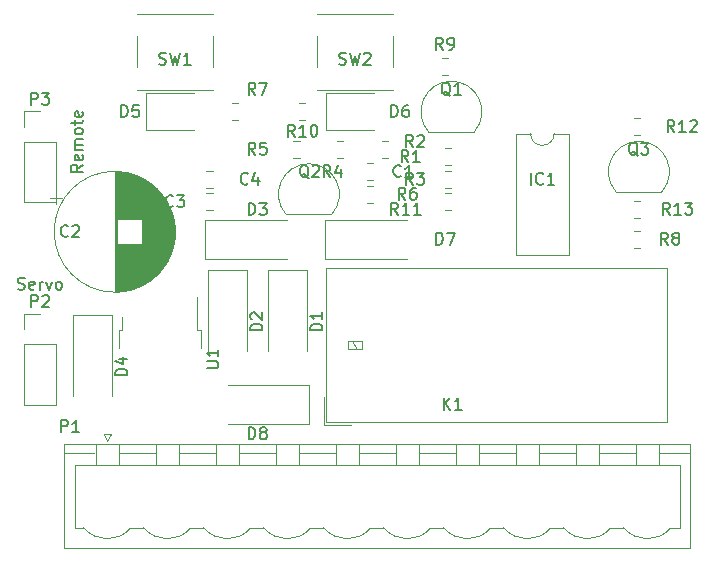
<source format=gto>
G04 #@! TF.GenerationSoftware,KiCad,Pcbnew,(5.1.0-894-gde406e36d)*
G04 #@! TF.CreationDate,2019-08-24T10:53:01-07:00*
G04 #@! TF.ProjectId,RCSMCtrl,5243534d-4374-4726-9c2e-6b696361645f,A*
G04 #@! TF.SameCoordinates,Original*
G04 #@! TF.FileFunction,Legend,Top*
G04 #@! TF.FilePolarity,Positive*
%FSLAX46Y46*%
G04 Gerber Fmt 4.6, Leading zero omitted, Abs format (unit mm)*
G04 Created by KiCad (PCBNEW (5.1.0-894-gde406e36d)) date 2019-08-24 10:53:01*
%MOMM*%
%LPD*%
G04 APERTURE LIST*
%ADD10C,0.150000*%
%ADD11C,0.120000*%
G04 APERTURE END LIST*
D10*
X69262857Y-58824761D02*
X69405714Y-58872380D01*
X69643809Y-58872380D01*
X69739047Y-58824761D01*
X69786666Y-58777142D01*
X69834285Y-58681904D01*
X69834285Y-58586666D01*
X69786666Y-58491428D01*
X69739047Y-58443809D01*
X69643809Y-58396190D01*
X69453333Y-58348571D01*
X69358095Y-58300952D01*
X69310476Y-58253333D01*
X69262857Y-58158095D01*
X69262857Y-58062857D01*
X69310476Y-57967619D01*
X69358095Y-57920000D01*
X69453333Y-57872380D01*
X69691428Y-57872380D01*
X69834285Y-57920000D01*
X70643809Y-58824761D02*
X70548571Y-58872380D01*
X70358095Y-58872380D01*
X70262857Y-58824761D01*
X70215238Y-58729523D01*
X70215238Y-58348571D01*
X70262857Y-58253333D01*
X70358095Y-58205714D01*
X70548571Y-58205714D01*
X70643809Y-58253333D01*
X70691428Y-58348571D01*
X70691428Y-58443809D01*
X70215238Y-58539047D01*
X71120000Y-58872380D02*
X71120000Y-58205714D01*
X71120000Y-58396190D02*
X71167619Y-58300952D01*
X71215238Y-58253333D01*
X71310476Y-58205714D01*
X71405714Y-58205714D01*
X71643809Y-58205714D02*
X71881904Y-58872380D01*
X72120000Y-58205714D01*
X72643809Y-58872380D02*
X72548571Y-58824761D01*
X72500952Y-58777142D01*
X72453333Y-58681904D01*
X72453333Y-58396190D01*
X72500952Y-58300952D01*
X72548571Y-58253333D01*
X72643809Y-58205714D01*
X72786666Y-58205714D01*
X72881904Y-58253333D01*
X72929523Y-58300952D01*
X72977142Y-58396190D01*
X72977142Y-58681904D01*
X72929523Y-58777142D01*
X72881904Y-58824761D01*
X72786666Y-58872380D01*
X72643809Y-58872380D01*
X74747380Y-48307380D02*
X74271190Y-48640714D01*
X74747380Y-48878809D02*
X73747380Y-48878809D01*
X73747380Y-48497857D01*
X73795000Y-48402619D01*
X73842619Y-48355000D01*
X73937857Y-48307380D01*
X74080714Y-48307380D01*
X74175952Y-48355000D01*
X74223571Y-48402619D01*
X74271190Y-48497857D01*
X74271190Y-48878809D01*
X74699761Y-47497857D02*
X74747380Y-47593095D01*
X74747380Y-47783571D01*
X74699761Y-47878809D01*
X74604523Y-47926428D01*
X74223571Y-47926428D01*
X74128333Y-47878809D01*
X74080714Y-47783571D01*
X74080714Y-47593095D01*
X74128333Y-47497857D01*
X74223571Y-47450238D01*
X74318809Y-47450238D01*
X74414047Y-47926428D01*
X74747380Y-47021666D02*
X74080714Y-47021666D01*
X74175952Y-47021666D02*
X74128333Y-46974047D01*
X74080714Y-46878809D01*
X74080714Y-46735952D01*
X74128333Y-46640714D01*
X74223571Y-46593095D01*
X74747380Y-46593095D01*
X74223571Y-46593095D02*
X74128333Y-46545476D01*
X74080714Y-46450238D01*
X74080714Y-46307380D01*
X74128333Y-46212142D01*
X74223571Y-46164523D01*
X74747380Y-46164523D01*
X74747380Y-45545476D02*
X74699761Y-45640714D01*
X74652142Y-45688333D01*
X74556904Y-45735952D01*
X74271190Y-45735952D01*
X74175952Y-45688333D01*
X74128333Y-45640714D01*
X74080714Y-45545476D01*
X74080714Y-45402619D01*
X74128333Y-45307380D01*
X74175952Y-45259761D01*
X74271190Y-45212142D01*
X74556904Y-45212142D01*
X74652142Y-45259761D01*
X74699761Y-45307380D01*
X74747380Y-45402619D01*
X74747380Y-45545476D01*
X74080714Y-44926428D02*
X74080714Y-44545476D01*
X73747380Y-44783571D02*
X74604523Y-44783571D01*
X74699761Y-44735952D01*
X74747380Y-44640714D01*
X74747380Y-44545476D01*
X74699761Y-43831190D02*
X74747380Y-43926428D01*
X74747380Y-44116904D01*
X74699761Y-44212142D01*
X74604523Y-44259761D01*
X74223571Y-44259761D01*
X74128333Y-44212142D01*
X74080714Y-44116904D01*
X74080714Y-43926428D01*
X74128333Y-43831190D01*
X74223571Y-43783571D01*
X74318809Y-43783571D01*
X74414047Y-44259761D01*
D11*
X69790000Y-51495000D02*
X72450000Y-51495000D01*
X69790000Y-46355000D02*
X69790000Y-51495000D01*
X72450000Y-46355000D02*
X72450000Y-51495000D01*
X69790000Y-46355000D02*
X72450000Y-46355000D01*
X69790000Y-45085000D02*
X69790000Y-43755000D01*
X69790000Y-43755000D02*
X71120000Y-43755000D01*
X84730000Y-63800000D02*
X84730000Y-62300000D01*
X84730000Y-62300000D02*
X84460000Y-62300000D01*
X84460000Y-62300000D02*
X84460000Y-59470000D01*
X77830000Y-63800000D02*
X77830000Y-62300000D01*
X77830000Y-62300000D02*
X78100000Y-62300000D01*
X78100000Y-62300000D02*
X78100000Y-61200000D01*
X94560000Y-41965000D02*
X94560000Y-41935000D01*
X94560000Y-35505000D02*
X94560000Y-35535000D01*
X101020000Y-35505000D02*
X101020000Y-35535000D01*
X101020000Y-41935000D02*
X101020000Y-41965000D01*
X94560000Y-40035000D02*
X94560000Y-37435000D01*
X101020000Y-41965000D02*
X94560000Y-41965000D01*
X101020000Y-40035000D02*
X101020000Y-37435000D01*
X101020000Y-35505000D02*
X94560000Y-35505000D01*
X79320000Y-41965000D02*
X79320000Y-41935000D01*
X79320000Y-35505000D02*
X79320000Y-35535000D01*
X85780000Y-35505000D02*
X85780000Y-35535000D01*
X85780000Y-41935000D02*
X85780000Y-41965000D01*
X79320000Y-40035000D02*
X79320000Y-37435000D01*
X85780000Y-41965000D02*
X79320000Y-41965000D01*
X85780000Y-40035000D02*
X85780000Y-37435000D01*
X85780000Y-35505000D02*
X79320000Y-35505000D01*
X121413748Y-51360000D02*
X121936252Y-51360000D01*
X121413748Y-52780000D02*
X121936252Y-52780000D01*
X121936252Y-45795000D02*
X121413748Y-45795000D01*
X121936252Y-44375000D02*
X121413748Y-44375000D01*
X105393748Y-50725000D02*
X105916252Y-50725000D01*
X105393748Y-52145000D02*
X105916252Y-52145000D01*
X93606252Y-44525000D02*
X93083748Y-44525000D01*
X93606252Y-43105000D02*
X93083748Y-43105000D01*
X105671252Y-40715000D02*
X105148748Y-40715000D01*
X105671252Y-39295000D02*
X105148748Y-39295000D01*
X121936252Y-55320000D02*
X121413748Y-55320000D01*
X121936252Y-53900000D02*
X121413748Y-53900000D01*
X87368748Y-43105000D02*
X87891252Y-43105000D01*
X87368748Y-44525000D02*
X87891252Y-44525000D01*
X99321252Y-51510000D02*
X98798748Y-51510000D01*
X99321252Y-50090000D02*
X98798748Y-50090000D01*
X92583748Y-46280000D02*
X93106252Y-46280000D01*
X92583748Y-47700000D02*
X93106252Y-47700000D01*
X96258748Y-46280000D02*
X96781252Y-46280000D01*
X96258748Y-47700000D02*
X96781252Y-47700000D01*
X105916252Y-50240000D02*
X105393748Y-50240000D01*
X105916252Y-48820000D02*
X105393748Y-48820000D01*
X100068748Y-46280000D02*
X100591252Y-46280000D01*
X100068748Y-47700000D02*
X100591252Y-47700000D01*
X105916252Y-48335000D02*
X105393748Y-48335000D01*
X105916252Y-46915000D02*
X105393748Y-46915000D01*
X119900000Y-50595000D02*
X123750000Y-50595000D01*
X123788611Y-50585122D02*
G75*
G03X119900000Y-50595000I-1948611J1690122D01*
G01*
X91960000Y-52500000D02*
X95810000Y-52500000D01*
X95848611Y-52490122D02*
G75*
G03X91960000Y-52500000I-1948611J1690122D01*
G01*
X104025000Y-45515000D02*
X107875000Y-45515000D01*
X107913611Y-45505122D02*
G75*
G03X104025000Y-45515000I-1948611J1690122D01*
G01*
X69790000Y-68640000D02*
X72450000Y-68640000D01*
X69790000Y-63500000D02*
X69790000Y-68640000D01*
X72450000Y-63500000D02*
X72450000Y-68640000D01*
X69790000Y-63500000D02*
X72450000Y-63500000D01*
X69790000Y-62230000D02*
X69790000Y-60900000D01*
X69790000Y-60900000D02*
X71120000Y-60900000D01*
X78821841Y-79050821D02*
G75*
G02X74835000Y-79035000I-1986841J1665821D01*
G01*
X83901841Y-79050821D02*
G75*
G02X79915000Y-79035000I-1986841J1665821D01*
G01*
X88981841Y-79050821D02*
G75*
G02X84995000Y-79035000I-1986841J1665821D01*
G01*
X94061841Y-79050821D02*
G75*
G02X90075000Y-79035000I-1986841J1665821D01*
G01*
X99141841Y-79050821D02*
G75*
G02X95155000Y-79035000I-1986841J1665821D01*
G01*
X104221841Y-79050821D02*
G75*
G02X100235000Y-79035000I-1986841J1665821D01*
G01*
X109301841Y-79050821D02*
G75*
G02X105315000Y-79035000I-1986841J1665821D01*
G01*
X114381841Y-79050821D02*
G75*
G02X110395000Y-79035000I-1986841J1665821D01*
G01*
X119461841Y-79050821D02*
G75*
G02X115475000Y-79035000I-1986841J1665821D01*
G01*
X124541841Y-79050821D02*
G75*
G02X120555000Y-79035000I-1986841J1665821D01*
G01*
X73185000Y-71925000D02*
X73185000Y-80745000D01*
X73185000Y-80745000D02*
X126205000Y-80745000D01*
X126205000Y-80745000D02*
X126205000Y-71925000D01*
X126205000Y-71925000D02*
X73185000Y-71925000D01*
X73185000Y-72735000D02*
X75725000Y-72735000D01*
X126205000Y-72735000D02*
X123665000Y-72735000D01*
X77835000Y-72735000D02*
X80915000Y-72735000D01*
X82915000Y-72735000D02*
X85995000Y-72735000D01*
X87995000Y-72735000D02*
X91075000Y-72735000D01*
X93075000Y-72735000D02*
X96155000Y-72735000D01*
X98155000Y-72735000D02*
X101235000Y-72735000D01*
X103235000Y-72735000D02*
X106315000Y-72735000D01*
X108315000Y-72735000D02*
X111395000Y-72735000D01*
X113395000Y-72735000D02*
X116475000Y-72735000D01*
X118475000Y-72735000D02*
X121555000Y-72735000D01*
X75835000Y-73735000D02*
X75835000Y-71925000D01*
X75835000Y-71925000D02*
X77835000Y-71925000D01*
X77835000Y-71925000D02*
X77835000Y-73735000D01*
X77835000Y-73735000D02*
X75835000Y-73735000D01*
X80915000Y-73735000D02*
X80915000Y-71925000D01*
X80915000Y-71925000D02*
X82915000Y-71925000D01*
X82915000Y-71925000D02*
X82915000Y-73735000D01*
X82915000Y-73735000D02*
X80915000Y-73735000D01*
X85995000Y-73735000D02*
X85995000Y-71925000D01*
X85995000Y-71925000D02*
X87995000Y-71925000D01*
X87995000Y-71925000D02*
X87995000Y-73735000D01*
X87995000Y-73735000D02*
X85995000Y-73735000D01*
X91075000Y-73735000D02*
X91075000Y-71925000D01*
X91075000Y-71925000D02*
X93075000Y-71925000D01*
X93075000Y-71925000D02*
X93075000Y-73735000D01*
X93075000Y-73735000D02*
X91075000Y-73735000D01*
X96155000Y-73735000D02*
X96155000Y-71925000D01*
X96155000Y-71925000D02*
X98155000Y-71925000D01*
X98155000Y-71925000D02*
X98155000Y-73735000D01*
X98155000Y-73735000D02*
X96155000Y-73735000D01*
X101235000Y-73735000D02*
X101235000Y-71925000D01*
X101235000Y-71925000D02*
X103235000Y-71925000D01*
X103235000Y-71925000D02*
X103235000Y-73735000D01*
X103235000Y-73735000D02*
X101235000Y-73735000D01*
X106315000Y-73735000D02*
X106315000Y-71925000D01*
X106315000Y-71925000D02*
X108315000Y-71925000D01*
X108315000Y-71925000D02*
X108315000Y-73735000D01*
X108315000Y-73735000D02*
X106315000Y-73735000D01*
X111395000Y-73735000D02*
X111395000Y-71925000D01*
X111395000Y-71925000D02*
X113395000Y-71925000D01*
X113395000Y-71925000D02*
X113395000Y-73735000D01*
X113395000Y-73735000D02*
X111395000Y-73735000D01*
X116475000Y-73735000D02*
X116475000Y-71925000D01*
X116475000Y-71925000D02*
X118475000Y-71925000D01*
X118475000Y-71925000D02*
X118475000Y-73735000D01*
X118475000Y-73735000D02*
X116475000Y-73735000D01*
X121555000Y-73735000D02*
X121555000Y-71925000D01*
X121555000Y-71925000D02*
X123555000Y-71925000D01*
X123555000Y-71925000D02*
X123555000Y-73735000D01*
X123555000Y-73735000D02*
X121555000Y-73735000D01*
X78835000Y-79035000D02*
X79915000Y-79035000D01*
X83915000Y-79035000D02*
X84995000Y-79035000D01*
X88995000Y-79035000D02*
X90075000Y-79035000D01*
X94075000Y-79035000D02*
X95155000Y-79035000D01*
X99155000Y-79035000D02*
X100235000Y-79035000D01*
X104235000Y-79035000D02*
X105315000Y-79035000D01*
X109315000Y-79035000D02*
X110395000Y-79035000D01*
X114395000Y-79035000D02*
X115475000Y-79035000D01*
X119475000Y-79035000D02*
X120555000Y-79035000D01*
X74835000Y-79035000D02*
X74095000Y-79035000D01*
X74095000Y-79035000D02*
X74095000Y-73735000D01*
X74095000Y-73735000D02*
X125295000Y-73735000D01*
X125295000Y-73735000D02*
X125295000Y-79035000D01*
X125295000Y-79035000D02*
X124555000Y-79035000D01*
X77135000Y-71125000D02*
X76835000Y-71725000D01*
X76835000Y-71725000D02*
X76535000Y-71125000D01*
X76535000Y-71125000D02*
X77135000Y-71125000D01*
X114665000Y-45660000D02*
G75*
G02X112665000Y-45660000I-1000000J0D01*
G01*
X112665000Y-45660000D02*
X111415000Y-45660000D01*
X111415000Y-45660000D02*
X111415000Y-55940000D01*
X111415000Y-55940000D02*
X115915000Y-55940000D01*
X115915000Y-55940000D02*
X115915000Y-45660000D01*
X115915000Y-45660000D02*
X114665000Y-45660000D01*
X93935000Y-70230000D02*
X93935000Y-66930000D01*
X93935000Y-66930000D02*
X87035000Y-66930000D01*
X93935000Y-70230000D02*
X87035000Y-70230000D01*
X95295000Y-52960000D02*
X95295000Y-56260000D01*
X95295000Y-56260000D02*
X102195000Y-56260000D01*
X95295000Y-52960000D02*
X102195000Y-52960000D01*
X99390000Y-42230000D02*
X95330000Y-42230000D01*
X95330000Y-42230000D02*
X95330000Y-45400000D01*
X95330000Y-45400000D02*
X99390000Y-45400000D01*
X84150000Y-42230000D02*
X80090000Y-42230000D01*
X80090000Y-42230000D02*
X80090000Y-45400000D01*
X80090000Y-45400000D02*
X84150000Y-45400000D01*
X77215000Y-61005000D02*
X73915000Y-61005000D01*
X73915000Y-61005000D02*
X73915000Y-67905000D01*
X77215000Y-61005000D02*
X77215000Y-67905000D01*
X85135000Y-52960000D02*
X85135000Y-56260000D01*
X85135000Y-56260000D02*
X92035000Y-56260000D01*
X85135000Y-52960000D02*
X92035000Y-52960000D01*
X88645000Y-57195000D02*
X85345000Y-57195000D01*
X85345000Y-57195000D02*
X85345000Y-64095000D01*
X88645000Y-57195000D02*
X88645000Y-64095000D01*
X93725000Y-57195000D02*
X90425000Y-57195000D01*
X90425000Y-57195000D02*
X90425000Y-64095000D01*
X93725000Y-57195000D02*
X93725000Y-64095000D01*
X85218748Y-48820000D02*
X85741252Y-48820000D01*
X85218748Y-50240000D02*
X85741252Y-50240000D01*
X85218748Y-50725000D02*
X85741252Y-50725000D01*
X85218748Y-52145000D02*
X85741252Y-52145000D01*
X82570000Y-53975000D02*
G75*
G03X82570000Y-53975000I-5120000J0D01*
G01*
X77450000Y-48895000D02*
X77450000Y-59055000D01*
X77490000Y-48895000D02*
X77490000Y-59055000D01*
X77530000Y-48895000D02*
X77530000Y-59055000D01*
X77570000Y-48896000D02*
X77570000Y-59054000D01*
X77610000Y-48897000D02*
X77610000Y-59053000D01*
X77650000Y-48898000D02*
X77650000Y-59052000D01*
X77690000Y-48900000D02*
X77690000Y-52935000D01*
X77690000Y-55015000D02*
X77690000Y-59050000D01*
X77730000Y-48902000D02*
X77730000Y-52935000D01*
X77730000Y-55015000D02*
X77730000Y-59048000D01*
X77770000Y-48905000D02*
X77770000Y-52935000D01*
X77770000Y-55015000D02*
X77770000Y-59045000D01*
X77810000Y-48907000D02*
X77810000Y-52935000D01*
X77810000Y-55015000D02*
X77810000Y-59043000D01*
X77850000Y-48910000D02*
X77850000Y-52935000D01*
X77850000Y-55015000D02*
X77850000Y-59040000D01*
X77890000Y-48913000D02*
X77890000Y-52935000D01*
X77890000Y-55015000D02*
X77890000Y-59037000D01*
X77930000Y-48917000D02*
X77930000Y-52935000D01*
X77930000Y-55015000D02*
X77930000Y-59033000D01*
X77970000Y-48921000D02*
X77970000Y-52935000D01*
X77970000Y-55015000D02*
X77970000Y-59029000D01*
X78010000Y-48925000D02*
X78010000Y-52935000D01*
X78010000Y-55015000D02*
X78010000Y-59025000D01*
X78050000Y-48930000D02*
X78050000Y-52935000D01*
X78050000Y-55015000D02*
X78050000Y-59020000D01*
X78090000Y-48935000D02*
X78090000Y-52935000D01*
X78090000Y-55015000D02*
X78090000Y-59015000D01*
X78130000Y-48940000D02*
X78130000Y-52935000D01*
X78130000Y-55015000D02*
X78130000Y-59010000D01*
X78171000Y-48945000D02*
X78171000Y-52935000D01*
X78171000Y-55015000D02*
X78171000Y-59005000D01*
X78211000Y-48951000D02*
X78211000Y-52935000D01*
X78211000Y-55015000D02*
X78211000Y-58999000D01*
X78251000Y-48957000D02*
X78251000Y-52935000D01*
X78251000Y-55015000D02*
X78251000Y-58993000D01*
X78291000Y-48964000D02*
X78291000Y-52935000D01*
X78291000Y-55015000D02*
X78291000Y-58986000D01*
X78331000Y-48971000D02*
X78331000Y-52935000D01*
X78331000Y-55015000D02*
X78331000Y-58979000D01*
X78371000Y-48978000D02*
X78371000Y-52935000D01*
X78371000Y-55015000D02*
X78371000Y-58972000D01*
X78411000Y-48985000D02*
X78411000Y-52935000D01*
X78411000Y-55015000D02*
X78411000Y-58965000D01*
X78451000Y-48993000D02*
X78451000Y-52935000D01*
X78451000Y-55015000D02*
X78451000Y-58957000D01*
X78491000Y-49001000D02*
X78491000Y-52935000D01*
X78491000Y-55015000D02*
X78491000Y-58949000D01*
X78531000Y-49010000D02*
X78531000Y-52935000D01*
X78531000Y-55015000D02*
X78531000Y-58940000D01*
X78571000Y-49019000D02*
X78571000Y-52935000D01*
X78571000Y-55015000D02*
X78571000Y-58931000D01*
X78611000Y-49028000D02*
X78611000Y-52935000D01*
X78611000Y-55015000D02*
X78611000Y-58922000D01*
X78651000Y-49037000D02*
X78651000Y-52935000D01*
X78651000Y-55015000D02*
X78651000Y-58913000D01*
X78691000Y-49047000D02*
X78691000Y-52935000D01*
X78691000Y-55015000D02*
X78691000Y-58903000D01*
X78731000Y-49057000D02*
X78731000Y-52935000D01*
X78731000Y-55015000D02*
X78731000Y-58893000D01*
X78771000Y-49068000D02*
X78771000Y-52935000D01*
X78771000Y-55015000D02*
X78771000Y-58882000D01*
X78811000Y-49078000D02*
X78811000Y-52935000D01*
X78811000Y-55015000D02*
X78811000Y-58872000D01*
X78851000Y-49090000D02*
X78851000Y-52935000D01*
X78851000Y-55015000D02*
X78851000Y-58860000D01*
X78891000Y-49101000D02*
X78891000Y-52935000D01*
X78891000Y-55015000D02*
X78891000Y-58849000D01*
X78931000Y-49113000D02*
X78931000Y-52935000D01*
X78931000Y-55015000D02*
X78931000Y-58837000D01*
X78971000Y-49125000D02*
X78971000Y-52935000D01*
X78971000Y-55015000D02*
X78971000Y-58825000D01*
X79011000Y-49138000D02*
X79011000Y-52935000D01*
X79011000Y-55015000D02*
X79011000Y-58812000D01*
X79051000Y-49151000D02*
X79051000Y-52935000D01*
X79051000Y-55015000D02*
X79051000Y-58799000D01*
X79091000Y-49164000D02*
X79091000Y-52935000D01*
X79091000Y-55015000D02*
X79091000Y-58786000D01*
X79131000Y-49178000D02*
X79131000Y-52935000D01*
X79131000Y-55015000D02*
X79131000Y-58772000D01*
X79171000Y-49192000D02*
X79171000Y-52935000D01*
X79171000Y-55015000D02*
X79171000Y-58758000D01*
X79211000Y-49207000D02*
X79211000Y-52935000D01*
X79211000Y-55015000D02*
X79211000Y-58743000D01*
X79251000Y-49221000D02*
X79251000Y-52935000D01*
X79251000Y-55015000D02*
X79251000Y-58729000D01*
X79291000Y-49237000D02*
X79291000Y-52935000D01*
X79291000Y-55015000D02*
X79291000Y-58713000D01*
X79331000Y-49252000D02*
X79331000Y-52935000D01*
X79331000Y-55015000D02*
X79331000Y-58698000D01*
X79371000Y-49268000D02*
X79371000Y-52935000D01*
X79371000Y-55015000D02*
X79371000Y-58682000D01*
X79411000Y-49285000D02*
X79411000Y-52935000D01*
X79411000Y-55015000D02*
X79411000Y-58665000D01*
X79451000Y-49301000D02*
X79451000Y-52935000D01*
X79451000Y-55015000D02*
X79451000Y-58649000D01*
X79491000Y-49318000D02*
X79491000Y-52935000D01*
X79491000Y-55015000D02*
X79491000Y-58632000D01*
X79531000Y-49336000D02*
X79531000Y-52935000D01*
X79531000Y-55015000D02*
X79531000Y-58614000D01*
X79571000Y-49354000D02*
X79571000Y-52935000D01*
X79571000Y-55015000D02*
X79571000Y-58596000D01*
X79611000Y-49372000D02*
X79611000Y-52935000D01*
X79611000Y-55015000D02*
X79611000Y-58578000D01*
X79651000Y-49391000D02*
X79651000Y-52935000D01*
X79651000Y-55015000D02*
X79651000Y-58559000D01*
X79691000Y-49411000D02*
X79691000Y-52935000D01*
X79691000Y-55015000D02*
X79691000Y-58539000D01*
X79731000Y-49430000D02*
X79731000Y-52935000D01*
X79731000Y-55015000D02*
X79731000Y-58520000D01*
X79771000Y-49450000D02*
X79771000Y-58500000D01*
X79811000Y-49471000D02*
X79811000Y-58479000D01*
X79851000Y-49492000D02*
X79851000Y-58458000D01*
X79891000Y-49513000D02*
X79891000Y-58437000D01*
X79931000Y-49535000D02*
X79931000Y-58415000D01*
X79971000Y-49558000D02*
X79971000Y-58392000D01*
X80011000Y-49580000D02*
X80011000Y-58370000D01*
X80051000Y-49604000D02*
X80051000Y-58346000D01*
X80091000Y-49628000D02*
X80091000Y-58322000D01*
X80131000Y-49652000D02*
X80131000Y-58298000D01*
X80171000Y-49677000D02*
X80171000Y-58273000D01*
X80211000Y-49702000D02*
X80211000Y-58248000D01*
X80251000Y-49728000D02*
X80251000Y-58222000D01*
X80291000Y-49754000D02*
X80291000Y-58196000D01*
X80331000Y-49781000D02*
X80331000Y-58169000D01*
X80371000Y-49809000D02*
X80371000Y-58141000D01*
X80411000Y-49837000D02*
X80411000Y-58113000D01*
X80451000Y-49865000D02*
X80451000Y-58085000D01*
X80491000Y-49895000D02*
X80491000Y-58055000D01*
X80531000Y-49925000D02*
X80531000Y-58025000D01*
X80571000Y-49955000D02*
X80571000Y-57995000D01*
X80611000Y-49986000D02*
X80611000Y-57964000D01*
X80651000Y-50018000D02*
X80651000Y-57932000D01*
X80691000Y-50050000D02*
X80691000Y-57900000D01*
X80731000Y-50083000D02*
X80731000Y-57867000D01*
X80771000Y-50117000D02*
X80771000Y-57833000D01*
X80811000Y-50151000D02*
X80811000Y-57799000D01*
X80851000Y-50186000D02*
X80851000Y-57764000D01*
X80891000Y-50222000D02*
X80891000Y-57728000D01*
X80931000Y-50259000D02*
X80931000Y-57691000D01*
X80971000Y-50296000D02*
X80971000Y-57654000D01*
X81011000Y-50335000D02*
X81011000Y-57615000D01*
X81051000Y-50374000D02*
X81051000Y-57576000D01*
X81091000Y-50414000D02*
X81091000Y-57536000D01*
X81131000Y-50455000D02*
X81131000Y-57495000D01*
X81171000Y-50497000D02*
X81171000Y-57453000D01*
X81211000Y-50539000D02*
X81211000Y-57411000D01*
X81251000Y-50583000D02*
X81251000Y-57367000D01*
X81291000Y-50628000D02*
X81291000Y-57322000D01*
X81331000Y-50674000D02*
X81331000Y-57276000D01*
X81371000Y-50721000D02*
X81371000Y-57229000D01*
X81411000Y-50769000D02*
X81411000Y-57181000D01*
X81451000Y-50819000D02*
X81451000Y-57131000D01*
X81491000Y-50869000D02*
X81491000Y-57081000D01*
X81531000Y-50921000D02*
X81531000Y-57029000D01*
X81571000Y-50975000D02*
X81571000Y-56975000D01*
X81611000Y-51030000D02*
X81611000Y-56920000D01*
X81651000Y-51086000D02*
X81651000Y-56864000D01*
X81691000Y-51145000D02*
X81691000Y-56805000D01*
X81731000Y-51205000D02*
X81731000Y-56745000D01*
X81771000Y-51266000D02*
X81771000Y-56684000D01*
X81811000Y-51330000D02*
X81811000Y-56620000D01*
X81851000Y-51396000D02*
X81851000Y-56554000D01*
X81891000Y-51465000D02*
X81891000Y-56485000D01*
X81931000Y-51536000D02*
X81931000Y-56414000D01*
X81971000Y-51610000D02*
X81971000Y-56340000D01*
X82011000Y-51686000D02*
X82011000Y-56264000D01*
X82051000Y-51766000D02*
X82051000Y-56184000D01*
X82091000Y-51850000D02*
X82091000Y-56100000D01*
X82131000Y-51938000D02*
X82131000Y-56012000D01*
X82171000Y-52031000D02*
X82171000Y-55919000D01*
X82211000Y-52129000D02*
X82211000Y-55821000D01*
X82251000Y-52233000D02*
X82251000Y-55717000D01*
X82291000Y-52345000D02*
X82291000Y-55605000D01*
X82331000Y-52465000D02*
X82331000Y-55485000D01*
X82371000Y-52597000D02*
X82371000Y-55353000D01*
X82411000Y-52745000D02*
X82411000Y-55205000D01*
X82451000Y-52913000D02*
X82451000Y-55037000D01*
X82491000Y-53113000D02*
X82491000Y-54837000D01*
X82531000Y-53376000D02*
X82531000Y-54574000D01*
X71970354Y-51100000D02*
X72970354Y-51100000D01*
X72470354Y-50600000D02*
X72470354Y-51600000D01*
X98798748Y-48185000D02*
X99321252Y-48185000D01*
X98798748Y-49605000D02*
X99321252Y-49605000D01*
X95150000Y-70300000D02*
X95150000Y-67960000D01*
X97490000Y-70300000D02*
X95150000Y-70300000D01*
X98390000Y-63910000D02*
X98390000Y-63210000D01*
X97190000Y-63910000D02*
X98390000Y-63910000D01*
X97190000Y-63210000D02*
X97190000Y-63910000D01*
X98390000Y-63210000D02*
X97190000Y-63210000D01*
X97990000Y-63910000D02*
X97590000Y-63210000D01*
X124190000Y-70060000D02*
X124190000Y-57060000D01*
X95390000Y-70060000D02*
X124190000Y-70060000D01*
X95390000Y-57060000D02*
X95390000Y-70060000D01*
X124190000Y-57060000D02*
X95390000Y-57060000D01*
D10*
X70381904Y-43207380D02*
X70381904Y-42207380D01*
X70762857Y-42207380D01*
X70858095Y-42255000D01*
X70905714Y-42302619D01*
X70953333Y-42397857D01*
X70953333Y-42540714D01*
X70905714Y-42635952D01*
X70858095Y-42683571D01*
X70762857Y-42731190D01*
X70381904Y-42731190D01*
X71286666Y-42207380D02*
X71905714Y-42207380D01*
X71572380Y-42588333D01*
X71715238Y-42588333D01*
X71810476Y-42635952D01*
X71858095Y-42683571D01*
X71905714Y-42778809D01*
X71905714Y-43016904D01*
X71858095Y-43112142D01*
X71810476Y-43159761D01*
X71715238Y-43207380D01*
X71429523Y-43207380D01*
X71334285Y-43159761D01*
X71286666Y-43112142D01*
X85232380Y-65531904D02*
X86041904Y-65531904D01*
X86137142Y-65484285D01*
X86184761Y-65436666D01*
X86232380Y-65341428D01*
X86232380Y-65150952D01*
X86184761Y-65055714D01*
X86137142Y-65008095D01*
X86041904Y-64960476D01*
X85232380Y-64960476D01*
X86232380Y-63960476D02*
X86232380Y-64531904D01*
X86232380Y-64246190D02*
X85232380Y-64246190D01*
X85375238Y-64341428D01*
X85470476Y-64436666D01*
X85518095Y-64531904D01*
X96456666Y-39774761D02*
X96599523Y-39822380D01*
X96837619Y-39822380D01*
X96932857Y-39774761D01*
X96980476Y-39727142D01*
X97028095Y-39631904D01*
X97028095Y-39536666D01*
X96980476Y-39441428D01*
X96932857Y-39393809D01*
X96837619Y-39346190D01*
X96647142Y-39298571D01*
X96551904Y-39250952D01*
X96504285Y-39203333D01*
X96456666Y-39108095D01*
X96456666Y-39012857D01*
X96504285Y-38917619D01*
X96551904Y-38870000D01*
X96647142Y-38822380D01*
X96885238Y-38822380D01*
X97028095Y-38870000D01*
X97361428Y-38822380D02*
X97599523Y-39822380D01*
X97790000Y-39108095D01*
X97980476Y-39822380D01*
X98218571Y-38822380D01*
X98551904Y-38917619D02*
X98599523Y-38870000D01*
X98694761Y-38822380D01*
X98932857Y-38822380D01*
X99028095Y-38870000D01*
X99075714Y-38917619D01*
X99123333Y-39012857D01*
X99123333Y-39108095D01*
X99075714Y-39250952D01*
X98504285Y-39822380D01*
X99123333Y-39822380D01*
X81216666Y-39774761D02*
X81359523Y-39822380D01*
X81597619Y-39822380D01*
X81692857Y-39774761D01*
X81740476Y-39727142D01*
X81788095Y-39631904D01*
X81788095Y-39536666D01*
X81740476Y-39441428D01*
X81692857Y-39393809D01*
X81597619Y-39346190D01*
X81407142Y-39298571D01*
X81311904Y-39250952D01*
X81264285Y-39203333D01*
X81216666Y-39108095D01*
X81216666Y-39012857D01*
X81264285Y-38917619D01*
X81311904Y-38870000D01*
X81407142Y-38822380D01*
X81645238Y-38822380D01*
X81788095Y-38870000D01*
X82121428Y-38822380D02*
X82359523Y-39822380D01*
X82550000Y-39108095D01*
X82740476Y-39822380D01*
X82978571Y-38822380D01*
X83883333Y-39822380D02*
X83311904Y-39822380D01*
X83597619Y-39822380D02*
X83597619Y-38822380D01*
X83502380Y-38965238D01*
X83407142Y-39060476D01*
X83311904Y-39108095D01*
X124452142Y-52522380D02*
X124118809Y-52046190D01*
X123880714Y-52522380D02*
X123880714Y-51522380D01*
X124261666Y-51522380D01*
X124356904Y-51570000D01*
X124404523Y-51617619D01*
X124452142Y-51712857D01*
X124452142Y-51855714D01*
X124404523Y-51950952D01*
X124356904Y-51998571D01*
X124261666Y-52046190D01*
X123880714Y-52046190D01*
X125404523Y-52522380D02*
X124833095Y-52522380D01*
X125118809Y-52522380D02*
X125118809Y-51522380D01*
X125023571Y-51665238D01*
X124928333Y-51760476D01*
X124833095Y-51808095D01*
X125737857Y-51522380D02*
X126356904Y-51522380D01*
X126023571Y-51903333D01*
X126166428Y-51903333D01*
X126261666Y-51950952D01*
X126309285Y-51998571D01*
X126356904Y-52093809D01*
X126356904Y-52331904D01*
X126309285Y-52427142D01*
X126261666Y-52474761D01*
X126166428Y-52522380D01*
X125880714Y-52522380D01*
X125785476Y-52474761D01*
X125737857Y-52427142D01*
X124842142Y-45537380D02*
X124508809Y-45061190D01*
X124270714Y-45537380D02*
X124270714Y-44537380D01*
X124651666Y-44537380D01*
X124746904Y-44585000D01*
X124794523Y-44632619D01*
X124842142Y-44727857D01*
X124842142Y-44870714D01*
X124794523Y-44965952D01*
X124746904Y-45013571D01*
X124651666Y-45061190D01*
X124270714Y-45061190D01*
X125794523Y-45537380D02*
X125223095Y-45537380D01*
X125508809Y-45537380D02*
X125508809Y-44537380D01*
X125413571Y-44680238D01*
X125318333Y-44775476D01*
X125223095Y-44823095D01*
X126175476Y-44632619D02*
X126223095Y-44585000D01*
X126318333Y-44537380D01*
X126556428Y-44537380D01*
X126651666Y-44585000D01*
X126699285Y-44632619D01*
X126746904Y-44727857D01*
X126746904Y-44823095D01*
X126699285Y-44965952D01*
X126127857Y-45537380D01*
X126746904Y-45537380D01*
X101447142Y-52522380D02*
X101113809Y-52046190D01*
X100875714Y-52522380D02*
X100875714Y-51522380D01*
X101256666Y-51522380D01*
X101351904Y-51570000D01*
X101399523Y-51617619D01*
X101447142Y-51712857D01*
X101447142Y-51855714D01*
X101399523Y-51950952D01*
X101351904Y-51998571D01*
X101256666Y-52046190D01*
X100875714Y-52046190D01*
X102399523Y-52522380D02*
X101828095Y-52522380D01*
X102113809Y-52522380D02*
X102113809Y-51522380D01*
X102018571Y-51665238D01*
X101923333Y-51760476D01*
X101828095Y-51808095D01*
X103351904Y-52522380D02*
X102780476Y-52522380D01*
X103066190Y-52522380D02*
X103066190Y-51522380D01*
X102970952Y-51665238D01*
X102875714Y-51760476D01*
X102780476Y-51808095D01*
X92702142Y-45917380D02*
X92368809Y-45441190D01*
X92130714Y-45917380D02*
X92130714Y-44917380D01*
X92511666Y-44917380D01*
X92606904Y-44965000D01*
X92654523Y-45012619D01*
X92702142Y-45107857D01*
X92702142Y-45250714D01*
X92654523Y-45345952D01*
X92606904Y-45393571D01*
X92511666Y-45441190D01*
X92130714Y-45441190D01*
X93654523Y-45917380D02*
X93083095Y-45917380D01*
X93368809Y-45917380D02*
X93368809Y-44917380D01*
X93273571Y-45060238D01*
X93178333Y-45155476D01*
X93083095Y-45203095D01*
X94273571Y-44917380D02*
X94368809Y-44917380D01*
X94464047Y-44965000D01*
X94511666Y-45012619D01*
X94559285Y-45107857D01*
X94606904Y-45298333D01*
X94606904Y-45536428D01*
X94559285Y-45726904D01*
X94511666Y-45822142D01*
X94464047Y-45869761D01*
X94368809Y-45917380D01*
X94273571Y-45917380D01*
X94178333Y-45869761D01*
X94130714Y-45822142D01*
X94083095Y-45726904D01*
X94035476Y-45536428D01*
X94035476Y-45298333D01*
X94083095Y-45107857D01*
X94130714Y-45012619D01*
X94178333Y-44965000D01*
X94273571Y-44917380D01*
X105243333Y-38552380D02*
X104910000Y-38076190D01*
X104671904Y-38552380D02*
X104671904Y-37552380D01*
X105052857Y-37552380D01*
X105148095Y-37600000D01*
X105195714Y-37647619D01*
X105243333Y-37742857D01*
X105243333Y-37885714D01*
X105195714Y-37980952D01*
X105148095Y-38028571D01*
X105052857Y-38076190D01*
X104671904Y-38076190D01*
X105719523Y-38552380D02*
X105910000Y-38552380D01*
X106005238Y-38504761D01*
X106052857Y-38457142D01*
X106148095Y-38314285D01*
X106195714Y-38123809D01*
X106195714Y-37742857D01*
X106148095Y-37647619D01*
X106100476Y-37600000D01*
X106005238Y-37552380D01*
X105814761Y-37552380D01*
X105719523Y-37600000D01*
X105671904Y-37647619D01*
X105624285Y-37742857D01*
X105624285Y-37980952D01*
X105671904Y-38076190D01*
X105719523Y-38123809D01*
X105814761Y-38171428D01*
X106005238Y-38171428D01*
X106100476Y-38123809D01*
X106148095Y-38076190D01*
X106195714Y-37980952D01*
X124293333Y-55062380D02*
X123960000Y-54586190D01*
X123721904Y-55062380D02*
X123721904Y-54062380D01*
X124102857Y-54062380D01*
X124198095Y-54110000D01*
X124245714Y-54157619D01*
X124293333Y-54252857D01*
X124293333Y-54395714D01*
X124245714Y-54490952D01*
X124198095Y-54538571D01*
X124102857Y-54586190D01*
X123721904Y-54586190D01*
X124864761Y-54490952D02*
X124769523Y-54443333D01*
X124721904Y-54395714D01*
X124674285Y-54300476D01*
X124674285Y-54252857D01*
X124721904Y-54157619D01*
X124769523Y-54110000D01*
X124864761Y-54062380D01*
X125055238Y-54062380D01*
X125150476Y-54110000D01*
X125198095Y-54157619D01*
X125245714Y-54252857D01*
X125245714Y-54300476D01*
X125198095Y-54395714D01*
X125150476Y-54443333D01*
X125055238Y-54490952D01*
X124864761Y-54490952D01*
X124769523Y-54538571D01*
X124721904Y-54586190D01*
X124674285Y-54681428D01*
X124674285Y-54871904D01*
X124721904Y-54967142D01*
X124769523Y-55014761D01*
X124864761Y-55062380D01*
X125055238Y-55062380D01*
X125150476Y-55014761D01*
X125198095Y-54967142D01*
X125245714Y-54871904D01*
X125245714Y-54681428D01*
X125198095Y-54586190D01*
X125150476Y-54538571D01*
X125055238Y-54490952D01*
X89368333Y-42362380D02*
X89035000Y-41886190D01*
X88796904Y-42362380D02*
X88796904Y-41362380D01*
X89177857Y-41362380D01*
X89273095Y-41410000D01*
X89320714Y-41457619D01*
X89368333Y-41552857D01*
X89368333Y-41695714D01*
X89320714Y-41790952D01*
X89273095Y-41838571D01*
X89177857Y-41886190D01*
X88796904Y-41886190D01*
X89701666Y-41362380D02*
X90368333Y-41362380D01*
X89939761Y-42362380D01*
X102068333Y-51252380D02*
X101735000Y-50776190D01*
X101496904Y-51252380D02*
X101496904Y-50252380D01*
X101877857Y-50252380D01*
X101973095Y-50300000D01*
X102020714Y-50347619D01*
X102068333Y-50442857D01*
X102068333Y-50585714D01*
X102020714Y-50680952D01*
X101973095Y-50728571D01*
X101877857Y-50776190D01*
X101496904Y-50776190D01*
X102925476Y-50252380D02*
X102735000Y-50252380D01*
X102639761Y-50300000D01*
X102592142Y-50347619D01*
X102496904Y-50490476D01*
X102449285Y-50680952D01*
X102449285Y-51061904D01*
X102496904Y-51157142D01*
X102544523Y-51204761D01*
X102639761Y-51252380D01*
X102830238Y-51252380D01*
X102925476Y-51204761D01*
X102973095Y-51157142D01*
X103020714Y-51061904D01*
X103020714Y-50823809D01*
X102973095Y-50728571D01*
X102925476Y-50680952D01*
X102830238Y-50633333D01*
X102639761Y-50633333D01*
X102544523Y-50680952D01*
X102496904Y-50728571D01*
X102449285Y-50823809D01*
X89368333Y-47442380D02*
X89035000Y-46966190D01*
X88796904Y-47442380D02*
X88796904Y-46442380D01*
X89177857Y-46442380D01*
X89273095Y-46490000D01*
X89320714Y-46537619D01*
X89368333Y-46632857D01*
X89368333Y-46775714D01*
X89320714Y-46870952D01*
X89273095Y-46918571D01*
X89177857Y-46966190D01*
X88796904Y-46966190D01*
X90273095Y-46442380D02*
X89796904Y-46442380D01*
X89749285Y-46918571D01*
X89796904Y-46870952D01*
X89892142Y-46823333D01*
X90130238Y-46823333D01*
X90225476Y-46870952D01*
X90273095Y-46918571D01*
X90320714Y-47013809D01*
X90320714Y-47251904D01*
X90273095Y-47347142D01*
X90225476Y-47394761D01*
X90130238Y-47442380D01*
X89892142Y-47442380D01*
X89796904Y-47394761D01*
X89749285Y-47347142D01*
X95718333Y-49347380D02*
X95385000Y-48871190D01*
X95146904Y-49347380D02*
X95146904Y-48347380D01*
X95527857Y-48347380D01*
X95623095Y-48395000D01*
X95670714Y-48442619D01*
X95718333Y-48537857D01*
X95718333Y-48680714D01*
X95670714Y-48775952D01*
X95623095Y-48823571D01*
X95527857Y-48871190D01*
X95146904Y-48871190D01*
X96575476Y-48680714D02*
X96575476Y-49347380D01*
X96337380Y-48299761D02*
X96099285Y-49014047D01*
X96718333Y-49014047D01*
X102703333Y-49982380D02*
X102370000Y-49506190D01*
X102131904Y-49982380D02*
X102131904Y-48982380D01*
X102512857Y-48982380D01*
X102608095Y-49030000D01*
X102655714Y-49077619D01*
X102703333Y-49172857D01*
X102703333Y-49315714D01*
X102655714Y-49410952D01*
X102608095Y-49458571D01*
X102512857Y-49506190D01*
X102131904Y-49506190D01*
X103036666Y-48982380D02*
X103655714Y-48982380D01*
X103322380Y-49363333D01*
X103465238Y-49363333D01*
X103560476Y-49410952D01*
X103608095Y-49458571D01*
X103655714Y-49553809D01*
X103655714Y-49791904D01*
X103608095Y-49887142D01*
X103560476Y-49934761D01*
X103465238Y-49982380D01*
X103179523Y-49982380D01*
X103084285Y-49934761D01*
X103036666Y-49887142D01*
X102703333Y-46807380D02*
X102370000Y-46331190D01*
X102131904Y-46807380D02*
X102131904Y-45807380D01*
X102512857Y-45807380D01*
X102608095Y-45855000D01*
X102655714Y-45902619D01*
X102703333Y-45997857D01*
X102703333Y-46140714D01*
X102655714Y-46235952D01*
X102608095Y-46283571D01*
X102512857Y-46331190D01*
X102131904Y-46331190D01*
X103084285Y-45902619D02*
X103131904Y-45855000D01*
X103227142Y-45807380D01*
X103465238Y-45807380D01*
X103560476Y-45855000D01*
X103608095Y-45902619D01*
X103655714Y-45997857D01*
X103655714Y-46093095D01*
X103608095Y-46235952D01*
X103036666Y-46807380D01*
X103655714Y-46807380D01*
X102313333Y-48077380D02*
X101980000Y-47601190D01*
X101741904Y-48077380D02*
X101741904Y-47077380D01*
X102122857Y-47077380D01*
X102218095Y-47125000D01*
X102265714Y-47172619D01*
X102313333Y-47267857D01*
X102313333Y-47410714D01*
X102265714Y-47505952D01*
X102218095Y-47553571D01*
X102122857Y-47601190D01*
X101741904Y-47601190D01*
X103265714Y-48077380D02*
X102694285Y-48077380D01*
X102980000Y-48077380D02*
X102980000Y-47077380D01*
X102884761Y-47220238D01*
X102789523Y-47315476D01*
X102694285Y-47363095D01*
X121744761Y-47537619D02*
X121649523Y-47490000D01*
X121554285Y-47394761D01*
X121411428Y-47251904D01*
X121316190Y-47204285D01*
X121220952Y-47204285D01*
X121268571Y-47442380D02*
X121173333Y-47394761D01*
X121078095Y-47299523D01*
X121030476Y-47109047D01*
X121030476Y-46775714D01*
X121078095Y-46585238D01*
X121173333Y-46490000D01*
X121268571Y-46442380D01*
X121459047Y-46442380D01*
X121554285Y-46490000D01*
X121649523Y-46585238D01*
X121697142Y-46775714D01*
X121697142Y-47109047D01*
X121649523Y-47299523D01*
X121554285Y-47394761D01*
X121459047Y-47442380D01*
X121268571Y-47442380D01*
X122030476Y-46442380D02*
X122649523Y-46442380D01*
X122316190Y-46823333D01*
X122459047Y-46823333D01*
X122554285Y-46870952D01*
X122601904Y-46918571D01*
X122649523Y-47013809D01*
X122649523Y-47251904D01*
X122601904Y-47347142D01*
X122554285Y-47394761D01*
X122459047Y-47442380D01*
X122173333Y-47442380D01*
X122078095Y-47394761D01*
X122030476Y-47347142D01*
X93884761Y-49442619D02*
X93789523Y-49395000D01*
X93694285Y-49299761D01*
X93551428Y-49156904D01*
X93456190Y-49109285D01*
X93360952Y-49109285D01*
X93408571Y-49347380D02*
X93313333Y-49299761D01*
X93218095Y-49204523D01*
X93170476Y-49014047D01*
X93170476Y-48680714D01*
X93218095Y-48490238D01*
X93313333Y-48395000D01*
X93408571Y-48347380D01*
X93599047Y-48347380D01*
X93694285Y-48395000D01*
X93789523Y-48490238D01*
X93837142Y-48680714D01*
X93837142Y-49014047D01*
X93789523Y-49204523D01*
X93694285Y-49299761D01*
X93599047Y-49347380D01*
X93408571Y-49347380D01*
X94218095Y-48442619D02*
X94265714Y-48395000D01*
X94360952Y-48347380D01*
X94599047Y-48347380D01*
X94694285Y-48395000D01*
X94741904Y-48442619D01*
X94789523Y-48537857D01*
X94789523Y-48633095D01*
X94741904Y-48775952D01*
X94170476Y-49347380D01*
X94789523Y-49347380D01*
X105869761Y-42457619D02*
X105774523Y-42410000D01*
X105679285Y-42314761D01*
X105536428Y-42171904D01*
X105441190Y-42124285D01*
X105345952Y-42124285D01*
X105393571Y-42362380D02*
X105298333Y-42314761D01*
X105203095Y-42219523D01*
X105155476Y-42029047D01*
X105155476Y-41695714D01*
X105203095Y-41505238D01*
X105298333Y-41410000D01*
X105393571Y-41362380D01*
X105584047Y-41362380D01*
X105679285Y-41410000D01*
X105774523Y-41505238D01*
X105822142Y-41695714D01*
X105822142Y-42029047D01*
X105774523Y-42219523D01*
X105679285Y-42314761D01*
X105584047Y-42362380D01*
X105393571Y-42362380D01*
X106774523Y-42362380D02*
X106203095Y-42362380D01*
X106488809Y-42362380D02*
X106488809Y-41362380D01*
X106393571Y-41505238D01*
X106298333Y-41600476D01*
X106203095Y-41648095D01*
X70381904Y-60352380D02*
X70381904Y-59352380D01*
X70762857Y-59352380D01*
X70858095Y-59400000D01*
X70905714Y-59447619D01*
X70953333Y-59542857D01*
X70953333Y-59685714D01*
X70905714Y-59780952D01*
X70858095Y-59828571D01*
X70762857Y-59876190D01*
X70381904Y-59876190D01*
X71334285Y-59447619D02*
X71381904Y-59400000D01*
X71477142Y-59352380D01*
X71715238Y-59352380D01*
X71810476Y-59400000D01*
X71858095Y-59447619D01*
X71905714Y-59542857D01*
X71905714Y-59638095D01*
X71858095Y-59780952D01*
X71286666Y-60352380D01*
X71905714Y-60352380D01*
X72921904Y-70937380D02*
X72921904Y-69937380D01*
X73302857Y-69937380D01*
X73398095Y-69985000D01*
X73445714Y-70032619D01*
X73493333Y-70127857D01*
X73493333Y-70270714D01*
X73445714Y-70365952D01*
X73398095Y-70413571D01*
X73302857Y-70461190D01*
X72921904Y-70461190D01*
X74445714Y-70937380D02*
X73874285Y-70937380D01*
X74160000Y-70937380D02*
X74160000Y-69937380D01*
X74064761Y-70080238D01*
X73969523Y-70175476D01*
X73874285Y-70223095D01*
X112688809Y-49982380D02*
X112688809Y-48982380D01*
X113736428Y-49887142D02*
X113688809Y-49934761D01*
X113545952Y-49982380D01*
X113450714Y-49982380D01*
X113307857Y-49934761D01*
X113212619Y-49839523D01*
X113165000Y-49744285D01*
X113117380Y-49553809D01*
X113117380Y-49410952D01*
X113165000Y-49220476D01*
X113212619Y-49125238D01*
X113307857Y-49030000D01*
X113450714Y-48982380D01*
X113545952Y-48982380D01*
X113688809Y-49030000D01*
X113736428Y-49077619D01*
X114688809Y-49982380D02*
X114117380Y-49982380D01*
X114403095Y-49982380D02*
X114403095Y-48982380D01*
X114307857Y-49125238D01*
X114212619Y-49220476D01*
X114117380Y-49268095D01*
X88796904Y-71532380D02*
X88796904Y-70532380D01*
X89035000Y-70532380D01*
X89177857Y-70580000D01*
X89273095Y-70675238D01*
X89320714Y-70770476D01*
X89368333Y-70960952D01*
X89368333Y-71103809D01*
X89320714Y-71294285D01*
X89273095Y-71389523D01*
X89177857Y-71484761D01*
X89035000Y-71532380D01*
X88796904Y-71532380D01*
X89939761Y-70960952D02*
X89844523Y-70913333D01*
X89796904Y-70865714D01*
X89749285Y-70770476D01*
X89749285Y-70722857D01*
X89796904Y-70627619D01*
X89844523Y-70580000D01*
X89939761Y-70532380D01*
X90130238Y-70532380D01*
X90225476Y-70580000D01*
X90273095Y-70627619D01*
X90320714Y-70722857D01*
X90320714Y-70770476D01*
X90273095Y-70865714D01*
X90225476Y-70913333D01*
X90130238Y-70960952D01*
X89939761Y-70960952D01*
X89844523Y-71008571D01*
X89796904Y-71056190D01*
X89749285Y-71151428D01*
X89749285Y-71341904D01*
X89796904Y-71437142D01*
X89844523Y-71484761D01*
X89939761Y-71532380D01*
X90130238Y-71532380D01*
X90225476Y-71484761D01*
X90273095Y-71437142D01*
X90320714Y-71341904D01*
X90320714Y-71151428D01*
X90273095Y-71056190D01*
X90225476Y-71008571D01*
X90130238Y-70960952D01*
X104671904Y-55062380D02*
X104671904Y-54062380D01*
X104910000Y-54062380D01*
X105052857Y-54110000D01*
X105148095Y-54205238D01*
X105195714Y-54300476D01*
X105243333Y-54490952D01*
X105243333Y-54633809D01*
X105195714Y-54824285D01*
X105148095Y-54919523D01*
X105052857Y-55014761D01*
X104910000Y-55062380D01*
X104671904Y-55062380D01*
X105576666Y-54062380D02*
X106243333Y-54062380D01*
X105814761Y-55062380D01*
X100861904Y-44267380D02*
X100861904Y-43267380D01*
X101100000Y-43267380D01*
X101242857Y-43315000D01*
X101338095Y-43410238D01*
X101385714Y-43505476D01*
X101433333Y-43695952D01*
X101433333Y-43838809D01*
X101385714Y-44029285D01*
X101338095Y-44124523D01*
X101242857Y-44219761D01*
X101100000Y-44267380D01*
X100861904Y-44267380D01*
X102290476Y-43267380D02*
X102100000Y-43267380D01*
X102004761Y-43315000D01*
X101957142Y-43362619D01*
X101861904Y-43505476D01*
X101814285Y-43695952D01*
X101814285Y-44076904D01*
X101861904Y-44172142D01*
X101909523Y-44219761D01*
X102004761Y-44267380D01*
X102195238Y-44267380D01*
X102290476Y-44219761D01*
X102338095Y-44172142D01*
X102385714Y-44076904D01*
X102385714Y-43838809D01*
X102338095Y-43743571D01*
X102290476Y-43695952D01*
X102195238Y-43648333D01*
X102004761Y-43648333D01*
X101909523Y-43695952D01*
X101861904Y-43743571D01*
X101814285Y-43838809D01*
X78001904Y-44267380D02*
X78001904Y-43267380D01*
X78240000Y-43267380D01*
X78382857Y-43315000D01*
X78478095Y-43410238D01*
X78525714Y-43505476D01*
X78573333Y-43695952D01*
X78573333Y-43838809D01*
X78525714Y-44029285D01*
X78478095Y-44124523D01*
X78382857Y-44219761D01*
X78240000Y-44267380D01*
X78001904Y-44267380D01*
X79478095Y-43267380D02*
X79001904Y-43267380D01*
X78954285Y-43743571D01*
X79001904Y-43695952D01*
X79097142Y-43648333D01*
X79335238Y-43648333D01*
X79430476Y-43695952D01*
X79478095Y-43743571D01*
X79525714Y-43838809D01*
X79525714Y-44076904D01*
X79478095Y-44172142D01*
X79430476Y-44219761D01*
X79335238Y-44267380D01*
X79097142Y-44267380D01*
X79001904Y-44219761D01*
X78954285Y-44172142D01*
X78517380Y-66143095D02*
X77517380Y-66143095D01*
X77517380Y-65905000D01*
X77565000Y-65762142D01*
X77660238Y-65666904D01*
X77755476Y-65619285D01*
X77945952Y-65571666D01*
X78088809Y-65571666D01*
X78279285Y-65619285D01*
X78374523Y-65666904D01*
X78469761Y-65762142D01*
X78517380Y-65905000D01*
X78517380Y-66143095D01*
X77850714Y-64714523D02*
X78517380Y-64714523D01*
X77469761Y-64952619D02*
X78184047Y-65190714D01*
X78184047Y-64571666D01*
X88796904Y-52562380D02*
X88796904Y-51562380D01*
X89035000Y-51562380D01*
X89177857Y-51610000D01*
X89273095Y-51705238D01*
X89320714Y-51800476D01*
X89368333Y-51990952D01*
X89368333Y-52133809D01*
X89320714Y-52324285D01*
X89273095Y-52419523D01*
X89177857Y-52514761D01*
X89035000Y-52562380D01*
X88796904Y-52562380D01*
X89701666Y-51562380D02*
X90320714Y-51562380D01*
X89987380Y-51943333D01*
X90130238Y-51943333D01*
X90225476Y-51990952D01*
X90273095Y-52038571D01*
X90320714Y-52133809D01*
X90320714Y-52371904D01*
X90273095Y-52467142D01*
X90225476Y-52514761D01*
X90130238Y-52562380D01*
X89844523Y-52562380D01*
X89749285Y-52514761D01*
X89701666Y-52467142D01*
X89947380Y-62333095D02*
X88947380Y-62333095D01*
X88947380Y-62095000D01*
X88995000Y-61952142D01*
X89090238Y-61856904D01*
X89185476Y-61809285D01*
X89375952Y-61761666D01*
X89518809Y-61761666D01*
X89709285Y-61809285D01*
X89804523Y-61856904D01*
X89899761Y-61952142D01*
X89947380Y-62095000D01*
X89947380Y-62333095D01*
X89042619Y-61380714D02*
X88995000Y-61333095D01*
X88947380Y-61237857D01*
X88947380Y-60999761D01*
X88995000Y-60904523D01*
X89042619Y-60856904D01*
X89137857Y-60809285D01*
X89233095Y-60809285D01*
X89375952Y-60856904D01*
X89947380Y-61428333D01*
X89947380Y-60809285D01*
X95027380Y-62333095D02*
X94027380Y-62333095D01*
X94027380Y-62095000D01*
X94075000Y-61952142D01*
X94170238Y-61856904D01*
X94265476Y-61809285D01*
X94455952Y-61761666D01*
X94598809Y-61761666D01*
X94789285Y-61809285D01*
X94884523Y-61856904D01*
X94979761Y-61952142D01*
X95027380Y-62095000D01*
X95027380Y-62333095D01*
X95027380Y-60809285D02*
X95027380Y-61380714D01*
X95027380Y-61095000D02*
X94027380Y-61095000D01*
X94170238Y-61190238D01*
X94265476Y-61285476D01*
X94313095Y-61380714D01*
X88733333Y-49887142D02*
X88685714Y-49934761D01*
X88542857Y-49982380D01*
X88447619Y-49982380D01*
X88304761Y-49934761D01*
X88209523Y-49839523D01*
X88161904Y-49744285D01*
X88114285Y-49553809D01*
X88114285Y-49410952D01*
X88161904Y-49220476D01*
X88209523Y-49125238D01*
X88304761Y-49030000D01*
X88447619Y-48982380D01*
X88542857Y-48982380D01*
X88685714Y-49030000D01*
X88733333Y-49077619D01*
X89590476Y-49315714D02*
X89590476Y-49982380D01*
X89352380Y-48934761D02*
X89114285Y-49649047D01*
X89733333Y-49649047D01*
X82383333Y-51792142D02*
X82335714Y-51839761D01*
X82192857Y-51887380D01*
X82097619Y-51887380D01*
X81954761Y-51839761D01*
X81859523Y-51744523D01*
X81811904Y-51649285D01*
X81764285Y-51458809D01*
X81764285Y-51315952D01*
X81811904Y-51125476D01*
X81859523Y-51030238D01*
X81954761Y-50935000D01*
X82097619Y-50887380D01*
X82192857Y-50887380D01*
X82335714Y-50935000D01*
X82383333Y-50982619D01*
X82716666Y-50887380D02*
X83335714Y-50887380D01*
X83002380Y-51268333D01*
X83145238Y-51268333D01*
X83240476Y-51315952D01*
X83288095Y-51363571D01*
X83335714Y-51458809D01*
X83335714Y-51696904D01*
X83288095Y-51792142D01*
X83240476Y-51839761D01*
X83145238Y-51887380D01*
X82859523Y-51887380D01*
X82764285Y-51839761D01*
X82716666Y-51792142D01*
X73493333Y-54332142D02*
X73445714Y-54379761D01*
X73302857Y-54427380D01*
X73207619Y-54427380D01*
X73064761Y-54379761D01*
X72969523Y-54284523D01*
X72921904Y-54189285D01*
X72874285Y-53998809D01*
X72874285Y-53855952D01*
X72921904Y-53665476D01*
X72969523Y-53570238D01*
X73064761Y-53475000D01*
X73207619Y-53427380D01*
X73302857Y-53427380D01*
X73445714Y-53475000D01*
X73493333Y-53522619D01*
X73874285Y-53522619D02*
X73921904Y-53475000D01*
X74017142Y-53427380D01*
X74255238Y-53427380D01*
X74350476Y-53475000D01*
X74398095Y-53522619D01*
X74445714Y-53617857D01*
X74445714Y-53713095D01*
X74398095Y-53855952D01*
X73826666Y-54427380D01*
X74445714Y-54427380D01*
X101678333Y-49252142D02*
X101630714Y-49299761D01*
X101487857Y-49347380D01*
X101392619Y-49347380D01*
X101249761Y-49299761D01*
X101154523Y-49204523D01*
X101106904Y-49109285D01*
X101059285Y-48918809D01*
X101059285Y-48775952D01*
X101106904Y-48585476D01*
X101154523Y-48490238D01*
X101249761Y-48395000D01*
X101392619Y-48347380D01*
X101487857Y-48347380D01*
X101630714Y-48395000D01*
X101678333Y-48442619D01*
X102630714Y-49347380D02*
X102059285Y-49347380D01*
X102345000Y-49347380D02*
X102345000Y-48347380D01*
X102249761Y-48490238D01*
X102154523Y-48585476D01*
X102059285Y-48633095D01*
X105306904Y-69032380D02*
X105306904Y-68032380D01*
X105878333Y-69032380D02*
X105449761Y-68460952D01*
X105878333Y-68032380D02*
X105306904Y-68603809D01*
X106830714Y-69032380D02*
X106259285Y-69032380D01*
X106545000Y-69032380D02*
X106545000Y-68032380D01*
X106449761Y-68175238D01*
X106354523Y-68270476D01*
X106259285Y-68318095D01*
M02*

</source>
